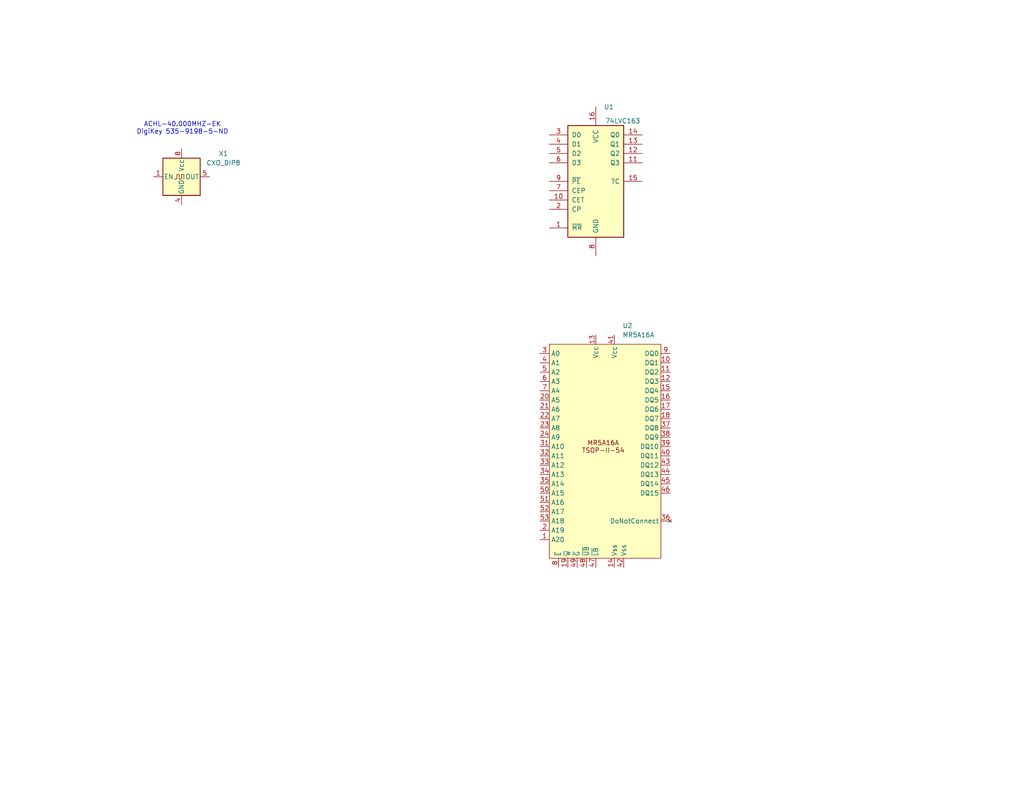
<source format=kicad_sch>
(kicad_sch (version 20231120) (generator "eeschema") (generator_version "8.0")
  (paper "USLetter")
  (title_block (title "WUT-4 High Speed section") (company "Wholly Unnecessary Technologies"))
  (lib_symbols
    (symbol "74xx:74LS163" (pin_names (offset 1.016))
      (property "Reference" "U" (at -7.62 16.51 0))
      (property "Value" "74LS163" (at -7.62 -16.51 0))
      (symbol "74LS163_1_0"
        (pin input line (at -12.7 -12.7 0) (length 5.08) (name "~{MR}") (number "1"))
        (pin input line (at -12.7 -5.08 0) (length 5.08) (name "CET") (number "10"))
        (pin output line (at 12.7 5.08 180) (length 5.08) (name "Q3") (number "11"))
        (pin output line (at 12.7 7.62 180) (length 5.08) (name "Q2") (number "12"))
        (pin output line (at 12.7 10.16 180) (length 5.08) (name "Q1") (number "13"))
        (pin output line (at 12.7 12.7 180) (length 5.08) (name "Q0") (number "14"))
        (pin output line (at 12.7 0 180) (length 5.08) (name "TC") (number "15"))
        (pin power_in line (at 0 20.32 270) (length 5.08) (name "VCC") (number "16"))
        (pin input line (at -12.7 -7.62 0) (length 5.08) (name "CP") (number "2"))
        (pin input line (at -12.7 12.7 0) (length 5.08) (name "D0") (number "3"))
        (pin input line (at -12.7 10.16 0) (length 5.08) (name "D1") (number "4"))
        (pin input line (at -12.7 7.62 0) (length 5.08) (name "D2") (number "5"))
        (pin input line (at -12.7 5.08 0) (length 5.08) (name "D3") (number "6"))
        (pin input line (at -12.7 -2.54 0) (length 5.08) (name "CEP") (number "7"))
        (pin power_in line (at 0 -20.32 90) (length 5.08) (name "GND") (number "8"))
        (pin input line (at -12.7 0 0) (length 5.08) (name "~{PE}") (number "9"))
      )
      (symbol "74LS163_1_1"
        (rectangle (start -7.62 15.24) (end 7.62 -15.24) (stroke (width 0.254)) (fill (type background)))
      )
    )
    (symbol "MRAM:MR5A16A"
      (property "Reference" "U" (at 5.08 29.464 0))
      (property "Value" "MR5A16A" (at -10.16 29.464 0))
      (symbol "MR5A16A_0_1"
        (rectangle (start -15.24 27.94) (end 15.24 -30.48) (fill (type background)))
      )
      (symbol "MR5A16A_1_1"
        (text "MR5A16A\nTSOP-II-54" (at -0.508 0 0) (effects (font (size 1.27 1.27))))
        (pin input line (at -17.78 -25.4 0) (length 2.54) (name "A20") (number "1"))
        (pin tri_state line (at 17.78 22.86 180) (length 2.54) (name "DQ1") (number "10"))
        (pin tri_state line (at 17.78 20.32 180) (length 2.54) (name "DQ2") (number "11"))
        (pin tri_state line (at 17.78 17.78 180) (length 2.54) (name "DQ3") (number "12"))
        (pin power_in line (at -2.54 30.48 270) (length 2.54) (name "Vcc") (number "13"))
        (pin power_out line (at 2.54 -33.02 90) (length 2.54) (name "Vss") (number "14"))
        (pin tri_state line (at 17.78 15.24 180) (length 2.54) (name "DQ4") (number "15"))
        (pin tri_state line (at 17.78 12.7 180) (length 2.54) (name "DQ5") (number "16"))
        (pin tri_state line (at 17.78 10.16 180) (length 2.54) (name "DQ6") (number "17"))
        (pin tri_state line (at 17.78 7.62 180) (length 2.54) (name "DQ7") (number "18"))
        (pin input line (at -10.16 -33.02 90) (length 2.54) (name "~{W}") (number "19"))
        (pin input line (at -17.78 -22.86 0) (length 2.54) (name "A19") (number "2"))
        (pin input line (at -17.78 12.7 0) (length 2.54) (name "A5") (number "20"))
        (pin input line (at -17.78 10.16 0) (length 2.54) (name "A6") (number "21"))
        (pin input line (at -17.78 7.62 0) (length 2.54) (name "A7") (number "22"))
        (pin input line (at -17.78 5.08 0) (length 2.54) (name "A8") (number "23"))
        (pin input line (at -17.78 2.54 0) (length 2.54) (name "A9") (number "24"))
        (pin input line (at -17.78 25.4 0) (length 2.54) (name "A0") (number "3"))
        (pin input line (at -17.78 0 0) (length 2.54) (name "A10") (number "31"))
        (pin input line (at -17.78 -2.54 0) (length 2.54) (name "A11") (number "32"))
        (pin input line (at -17.78 -5.08 0) (length 2.54) (name "A12") (number "33"))
        (pin input line (at -17.78 -7.62 0) (length 2.54) (name "A13") (number "34"))
        (pin input line (at -17.78 -10.16 0) (length 2.54) (name "A14") (number "35"))
        (pin no_connect line (at 17.78 -20.32 180) (length 2.54) (name "DoNotConnect") (number "36"))
        (pin tri_state line (at 17.78 5.08 180) (length 2.54) (name "DQ8") (number "37"))
        (pin tri_state line (at 17.78 2.54 180) (length 2.54) (name "DQ9") (number "38"))
        (pin tri_state line (at 17.78 0 180) (length 2.54) (name "DQ10") (number "39"))
        (pin input line (at -17.78 22.86 0) (length 2.54) (name "A1") (number "4"))
        (pin tri_state line (at 17.78 -2.54 180) (length 2.54) (name "DQ11") (number "40"))
        (pin power_in line (at 2.54 30.48 270) (length 2.54) (name "Vcc") (number "41"))
        (pin power_out line (at 5.08 -33.02 90) (length 2.54) (name "Vss") (number "42"))
        (pin tri_state line (at 17.78 -5.08 180) (length 2.54) (name "DQ12") (number "43"))
        (pin tri_state line (at 17.78 -7.62 180) (length 2.54) (name "DQ13") (number "44"))
        (pin tri_state line (at 17.78 -10.16 180) (length 2.54) (name "DQ14") (number "45"))
        (pin tri_state line (at 17.78 -12.7 180) (length 2.54) (name "DQ15") (number "46"))
        (pin input line (at -2.54 -33.02 90) (length 2.54) (name "~{LB}") (number "47"))
        (pin input line (at -5.08 -33.02 90) (length 2.54) (name "~{UB}") (number "48"))
        (pin input line (at -7.62 -33.02 90) (length 2.54) (name "~{G}") (number "49"))
        (pin input line (at -17.78 20.32 0) (length 2.54) (name "A2") (number "5"))
        (pin input line (at -17.78 -12.7 0) (length 2.54) (name "A15") (number "50"))
        (pin input line (at -17.78 -15.24 0) (length 2.54) (name "A16") (number "51"))
        (pin input line (at -17.78 -17.78 0) (length 2.54) (name "A17") (number "52"))
        (pin input line (at -17.78 -20.32 0) (length 2.54) (name "A18") (number "53"))
        (pin input line (at -17.78 17.78 0) (length 2.54) (name "A3") (number "6"))
        (pin input line (at -17.78 15.24 0) (length 2.54) (name "A4") (number "7"))
        (pin input line (at -12.7 -33.02 90) (length 2.54) (name "~{E}") (number "8"))
        (pin tri_state line (at 17.78 25.4 180) (length 2.54) (name "DQ0") (number "9"))
      )
    )
    (symbol "Oscillator:CXO_DIP8" (pin_names (offset 0.254))
      (property "Reference" "X" (at -5.08 6.35 0))
      (property "Value" "CXO_DIP8" (at 1.27 -6.35 0))
      (symbol "CXO_DIP8_0_1"
        (rectangle (start -5.08 5.08) (end 5.08 -5.08) (stroke (width 0.254)) (fill (type background)))
        (polyline (pts (xy -1.905 -0.635) (xy -1.27 -0.635) (xy -1.27 0.635) (xy -0.635 0.635) (xy -0.635 -0.635) (xy 0 -0.635) (xy 0 0.635) (xy 0.635 0.635) (xy 0.635 -0.635)))
      )
      (symbol "CXO_DIP8_1_1"
        (pin input line (at -7.62 0 0) (length 2.54) (name "EN") (number "1"))
        (pin power_in line (at 0 -7.62 90) (length 2.54) (name "GND") (number "4"))
        (pin output line (at 7.62 0 180) (length 2.54) (name "OUT") (number "5"))
        (pin power_in line (at 0 7.62 270) (length 2.54) (name "Vcc") (number "8"))
      )
    )
  )
  (text "ACHL-40.000MHZ-EK\nDigiKey 535-9198-5-ND" (at 49.784 35.052 0) (effects (font (size 1.27 1.27))))
  (symbol (lib_id "Oscillator:CXO_DIP8") (at 49.53 48.26 0) (unit 1)
    (property "Reference" "X1" (at 60.96 41.9414 0))
    (property "Value" "CXO_DIP8" (at 60.96 44.4814 0))
    (property "Footprint" "Oscillator:Oscillator_DIP-8" (effects (hide yes)))
    (property "Datasheet" "http://cdn-reichelt.de/documents/datenblatt/B400/OSZI.pdf" (effects (hide yes)))
    (property "Description" "Crystal Clock Oscillator, DIP8-style metal package" (effects (hide yes)))
  )
  (symbol (lib_id "MRAM:MR5A16A") (at 165.1 121.92 0) (unit 1)
    (property "Reference" "U2" (at 169.8341 88.9 0) (effects (justify left)))
    (property "Value" "MR5A16A" (at 169.8341 91.44 0) (effects (justify left)))
    (property "Footprint" "Package_SO:TSOP-II-54_22.2x10.16mm_P0.8mm" (effects (hide yes)))
    (property "Description" "2Mx16 Magnetoresistive non-volatile RAM" (effects (hide yes)))
  )
  (symbol (lib_id "74xx:74LS163") (at 162.56 49.53 0) (unit 1)
    (property "Reference" "U1" (at 164.7541 29.21 0) (effects (justify left)))
    (property "Value" "74LVC163" (at 165.1 33.02 0) (effects (justify left)))
    (property "Footprint" "Package_SO:TSSOP-16-1EP_4.4x5mm_P0.65mm" (effects (hide yes)))
    (property "Datasheet" "http://www.ti.com/lit/gpn/sn74LS163" (effects (hide yes)))
    (property "Description" "Synchronous 4-bit programmable binary Counter" (effects (hide yes)))
  )
)
</source>
